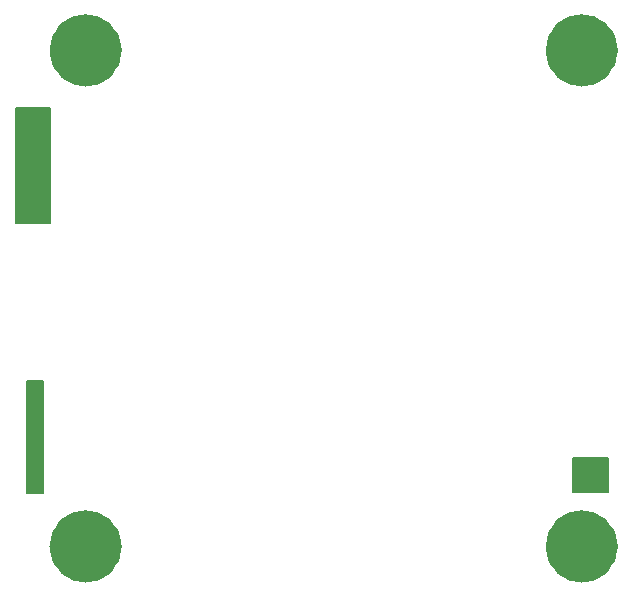
<source format=gbr>
%TF.GenerationSoftware,KiCad,Pcbnew,7.0.7*%
%TF.CreationDate,2024-01-21T18:01:17-05:00*%
%TF.ProjectId,Forerunner-Cubic-Mainboard,466f7265-7275-46e6-9e65-722d43756269,rev?*%
%TF.SameCoordinates,Original*%
%TF.FileFunction,Other,User*%
%FSLAX46Y46*%
G04 Gerber Fmt 4.6, Leading zero omitted, Abs format (unit mm)*
G04 Created by KiCad (PCBNEW 7.0.7) date 2024-01-21 18:01:17*
%MOMM*%
%LPD*%
G01*
G04 APERTURE LIST*
%ADD10C,0.150000*%
%ADD11C,3.075000*%
G04 APERTURE END LIST*
D10*
X45300000Y11450000D02*
X48200000Y11450000D01*
X48200000Y8650000D01*
X45300000Y8650000D01*
X45300000Y11450000D01*
G36*
X45300000Y11450000D02*
G01*
X48200000Y11450000D01*
X48200000Y8650000D01*
X45300000Y8650000D01*
X45300000Y11450000D01*
G37*
X-1000000Y18050000D02*
X400000Y18050000D01*
X400000Y8550000D01*
X-1000000Y8550000D01*
X-1000000Y18050000D01*
G36*
X-1000000Y18050000D02*
G01*
X400000Y18050000D01*
X400000Y8550000D01*
X-1000000Y8550000D01*
X-1000000Y18050000D01*
G37*
X-1900000Y41150000D02*
X1000000Y41150000D01*
X1000000Y31350000D01*
X-1900000Y31350000D01*
X-1900000Y41150000D01*
G36*
X-1900000Y41150000D02*
G01*
X1000000Y41150000D01*
X1000000Y31350000D01*
X-1900000Y31350000D01*
X-1900000Y41150000D01*
G37*
D11*
X5537500Y46000000D02*
G75*
G03*
X5537500Y46000000I-1537500J0D01*
G01*
X47537500Y46000000D02*
G75*
G03*
X47537500Y46000000I-1537500J0D01*
G01*
X47537500Y4000000D02*
G75*
G03*
X47537500Y4000000I-1537500J0D01*
G01*
X5537500Y4000000D02*
G75*
G03*
X5537500Y4000000I-1537500J0D01*
G01*
M02*

</source>
